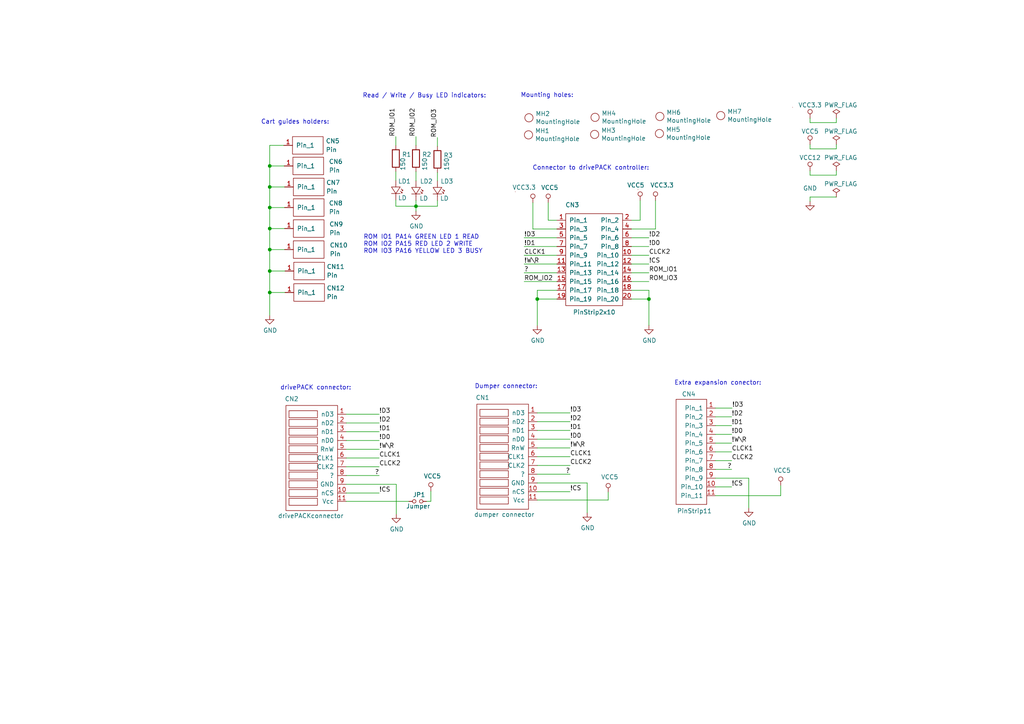
<source format=kicad_sch>
(kicad_sch (version 20211123) (generator eeschema)
  (paper "A4")
  (lib_symbols
    (symbol "Pin_1" (pin_names (offset 1.016))
      (property "Reference" "CN" (at 0 16.51 0))
      (property "Value" "Pin_1" (at 3.81 8.89 0))
      (symbol "Pin_1_0_1"
        (rectangle (start -1.27 15.24) (end 7.62 10.16))
      )
      (symbol "Pin_1_1_1"
        (pin passive line (at -3.81 12.7 0) (length 2.54) (name "Pin_1") (number "1"))
      )
    )
    (symbol "Pin_2" (pin_names (offset 1.016))
      (property "Reference" "CN" (at 0 16.51 0))
      (property "Value" "Pin_2" (at 3.81 8.89 0))
      (symbol "Pin_2_0_1"
        (rectangle (start -1.27 15.24) (end 7.62 10.16))
      )
      (symbol "Pin_2_1_1"
        (pin passive line (at -3.81 12.7 0) (length 2.54) (name "Pin_1") (number "1"))
      )
    )
    (symbol "Pin_3" (pin_names (offset 1.016))
      (property "Reference" "CN" (at 0 16.51 0))
      (property "Value" "Pin_3" (at 3.81 8.89 0))
      (symbol "Pin_3_0_1"
        (rectangle (start -1.27 15.24) (end 7.62 10.16))
      )
      (symbol "Pin_3_1_1"
        (pin passive line (at -3.81 12.7 0) (length 2.54) (name "Pin_1") (number "1"))
      )
    )
    (symbol "Pin_4" (pin_names (offset 1.016))
      (property "Reference" "CN" (at 0 16.51 0))
      (property "Value" "Pin_4" (at 3.81 8.89 0))
      (symbol "Pin_4_0_1"
        (rectangle (start -1.27 15.24) (end 7.62 10.16))
      )
      (symbol "Pin_4_1_1"
        (pin passive line (at -3.81 12.7 0) (length 2.54) (name "Pin_1") (number "1"))
      )
    )
    (symbol "Pin_5" (pin_names (offset 1.016))
      (property "Reference" "CN" (at 0 16.51 0))
      (property "Value" "Pin_5" (at 3.81 8.89 0))
      (symbol "Pin_5_0_1"
        (rectangle (start -1.27 15.24) (end 7.62 10.16))
      )
      (symbol "Pin_5_1_1"
        (pin passive line (at -3.81 12.7 0) (length 2.54) (name "Pin_1") (number "1"))
      )
    )
    (symbol "Pin_6" (pin_names (offset 1.016))
      (property "Reference" "CN" (at 0 16.51 0))
      (property "Value" "Pin_6" (at 3.81 8.89 0))
      (symbol "Pin_6_0_1"
        (rectangle (start -1.27 15.24) (end 7.62 10.16))
      )
      (symbol "Pin_6_1_1"
        (pin passive line (at -3.81 12.7 0) (length 2.54) (name "Pin_1") (number "1"))
      )
    )
    (symbol "Pin_7" (pin_names (offset 1.016))
      (property "Reference" "CN" (at 0 16.51 0))
      (property "Value" "Pin_7" (at 3.81 8.89 0))
      (symbol "Pin_7_0_1"
        (rectangle (start -1.27 15.24) (end 7.62 10.16))
      )
      (symbol "Pin_7_1_1"
        (pin passive line (at -3.81 12.7 0) (length 2.54) (name "Pin_1") (number "1"))
      )
    )
    (symbol "Tolaemon:GND" (power) (pin_names (offset 0))
      (property "Value" "GND" (at 0 -3.81 0))
      (symbol "GND_0_1"
        (polyline (pts (xy 0 0) (xy 0 -1.27) (xy 1.27 -1.27) (xy 0 -2.54) (xy -1.27 -1.27) (xy 0 -1.27)))
      )
      (symbol "GND_1_1"
        (pin power_in line (at 0 0 270) (length 0) hide (name "GND") (number "1"))
      )
    )
    (symbol "Tolaemon:Jumper" (pin_numbers hide) (pin_names (offset 0.762) hide)
      (property "Reference" "JP" (at 0 2.032 0))
      (property "Value" "Jumper" (at 0.254 -1.524 0))
      (symbol "Jumper_0_1"
        (circle (center -1.016 0) (radius 0.508))
        (circle (center 1.016 0) (radius 0.508))
        (pin passive line (at -2.54 0 0) (length 1.016) (name "1") (number "1"))
        (pin passive line (at 2.54 0 180) (length 1.016) (name "2") (number "2"))
      )
    )
    (symbol "Tolaemon:LD" (pin_numbers hide) (pin_names (offset 0))
      (property "Reference" "LD" (at 2.4384 5.0292 90))
      (property "Value" "LD" (at -2.54 1.27 90))
      (symbol "LD_0_1"
        (polyline (pts (xy -1.27 0.635) (xy 1.27 0.635)))
        (polyline (pts (xy 0 0) (xy 0 0.635)))
        (polyline (pts (xy 0 3.175) (xy 0 2.54)))
        (polyline (pts (xy 1.8288 0.8128) (xy 1.8288 1.0668)))
        (polyline (pts (xy 2.032 1.4732) (xy 2.032 1.7272)))
        (polyline (pts (xy 1.3208 1.3208) (xy 1.8288 0.8128) (xy 1.5748 0.8128)))
        (polyline (pts (xy 1.524 1.9812) (xy 2.032 1.4732) (xy 1.778 1.4732)))
        (polyline (pts (xy 1.27 2.54) (xy -1.27 2.54) (xy 0 0.635) (xy 1.27 2.54)))
      )
      (symbol "LD_1_1"
        (pin bidirectional line (at 0 4.445 270) (length 1.27) (name "~") (number "1"))
        (pin bidirectional line (at 0 -1.27 90) (length 1.27) (name "~") (number "2"))
      )
    )
    (symbol "Tolaemon:MountingHole" (pin_names (offset 1.016))
      (property "Reference" "MH" (at 0.0508 -2.286 0))
      (property "Value" "MountingHole" (at 0.762 2.3368 0))
      (symbol "MountingHole_0_1"
        (circle (center 0 0) (radius 1.1938))
      )
    )
    (symbol "Tolaemon:Pin" (pin_names (offset 1.016))
      (property "Reference" "CN" (at 0 16.51 0))
      (property "Value" "Pin" (at 3.81 8.89 0))
      (symbol "Pin_0_1"
        (rectangle (start -1.27 15.24) (end 7.62 10.16))
      )
      (symbol "Pin_1_1"
        (pin passive line (at -3.81 12.7 0) (length 2.54) (name "Pin_1") (number "1"))
      )
    )
    (symbol "Tolaemon:PinStrip11" (pin_names (offset 1.016))
      (property "Reference" "CN" (at 0 16.51 0))
      (property "Value" "PinStrip11" (at 3.81 -16.51 0))
      (symbol "PinStrip11_0_1"
        (rectangle (start -1.27 15.24) (end 7.62 -15.24))
      )
      (symbol "PinStrip11_1_1"
        (pin bidirectional line (at -3.81 12.7 0) (length 2.54) (name "Pin_1") (number "1"))
        (pin bidirectional line (at -3.81 -10.16 0) (length 2.54) (name "Pin_10") (number "10"))
        (pin bidirectional line (at -3.81 -12.7 0) (length 2.54) (name "Pin_11") (number "11"))
        (pin bidirectional line (at -3.81 10.16 0) (length 2.54) (name "Pin_2") (number "2"))
        (pin bidirectional line (at -3.81 7.62 0) (length 2.54) (name "Pin_3") (number "3"))
        (pin bidirectional line (at -3.81 5.08 0) (length 2.54) (name "Pin_4") (number "4"))
        (pin bidirectional line (at -3.81 2.54 0) (length 2.54) (name "Pin_5") (number "5"))
        (pin bidirectional line (at -3.81 0 0) (length 2.54) (name "Pin_6") (number "6"))
        (pin bidirectional line (at -3.81 -2.54 0) (length 2.54) (name "Pin_7") (number "7"))
        (pin bidirectional line (at -3.81 -5.08 0) (length 2.54) (name "Pin_8") (number "8"))
        (pin bidirectional line (at -3.81 -7.62 0) (length 2.54) (name "Pin_9") (number "9"))
      )
    )
    (symbol "Tolaemon:PinStrip2x10" (pin_names (offset 1.016))
      (property "Reference" "CN" (at -6.985 -18.415 0))
      (property "Value" "PinStrip2x10" (at 0 12.065 0))
      (symbol "PinStrip2x10_0_1"
        (rectangle (start -8.255 10.16) (end 8.255 -16.51))
      )
      (symbol "PinStrip2x10_1_1"
        (pin passive line (at -10.795 8.255 0) (length 2.54) (name "Pin_1") (number "1"))
        (pin passive line (at 10.795 -1.905 180) (length 2.54) (name "Pin_10") (number "10"))
        (pin passive line (at -10.795 -4.445 0) (length 2.54) (name "Pin_11") (number "11"))
        (pin passive line (at 10.795 -4.445 180) (length 2.54) (name "Pin_12") (number "12"))
        (pin passive line (at -10.795 -6.985 0) (length 2.54) (name "Pin_13") (number "13"))
        (pin passive line (at 10.795 -6.985 180) (length 2.54) (name "Pin_14") (number "14"))
        (pin passive line (at -10.795 -9.525 0) (length 2.54) (name "Pin_15") (number "15"))
        (pin passive line (at 10.795 -9.525 180) (length 2.54) (name "Pin_16") (number "16"))
        (pin passive line (at -10.795 -12.065 0) (length 2.54) (name "Pin_17") (number "17"))
        (pin passive line (at 10.795 -12.065 180) (length 2.54) (name "Pin_18") (number "18"))
        (pin passive line (at -10.795 -14.605 0) (length 2.54) (name "Pin_19") (number "19"))
        (pin passive line (at 10.795 8.255 180) (length 2.54) (name "Pin_2") (number "2"))
        (pin passive line (at 10.795 -14.605 180) (length 2.54) (name "Pin_20") (number "20"))
        (pin passive line (at -10.795 5.715 0) (length 2.54) (name "Pin_3") (number "3"))
        (pin passive line (at 10.795 5.715 180) (length 2.54) (name "Pin_4") (number "4"))
        (pin passive line (at -10.795 3.175 0) (length 2.54) (name "Pin_5") (number "5"))
        (pin passive line (at 10.795 3.175 180) (length 2.54) (name "Pin_6") (number "6"))
        (pin passive line (at -10.795 0.635 0) (length 2.54) (name "Pin_7") (number "7"))
        (pin passive line (at 10.795 0.635 180) (length 2.54) (name "Pin_8") (number "8"))
        (pin passive line (at -10.795 -1.905 0) (length 2.54) (name "Pin_9") (number "9"))
      )
    )
    (symbol "Tolaemon:R" (pin_numbers hide) (pin_names (offset 0))
      (property "Reference" "R" (at 2.032 0 90))
      (property "Value" "R" (at 0 0 90))
      (symbol "R_0_1"
        (rectangle (start -1.016 -2.54) (end 1.016 2.54) (stroke (width 0.254)))
      )
      (symbol "R_1_1"
        (pin passive line (at 0 3.81 270) (length 1.27) (name "~") (number "1"))
        (pin passive line (at 0 -3.81 90) (length 1.27) (name "~") (number "2"))
      )
    )
    (symbol "Tolaemon:VCC12" (power) (pin_names (offset 0))
      (property "Value" "VCC12" (at 0 3.81 0))
      (symbol "VCC12_0_1"
        (polyline (pts (xy 0 0) (xy 0 1.27)))
        (circle (center 0 1.905) (radius 0.635))
      )
      (symbol "VCC12_1_1"
        (pin power_in line (at 0 0 90) (length 0) hide (name "VCC12") (number "1"))
      )
    )
    (symbol "Tolaemon:VCC3.3" (power) (pin_names (offset 0))
      (property "Value" "VCC3.3" (at 0 3.81 0))
      (symbol "VCC3.3_0_1"
        (rectangle (start -5.08 3.175) (end -5.08 3.175))
        (polyline (pts (xy 0 0) (xy 0 1.27)))
        (circle (center 0 1.905) (radius 0.635))
      )
      (symbol "VCC3.3_1_1"
        (pin power_in line (at 0 0 90) (length 0) hide (name "VCC3.3") (number "1"))
      )
    )
    (symbol "Tolaemon:VCC5" (power) (pin_names (offset 0))
      (property "Value" "VCC5" (at 0 3.81 0))
      (symbol "VCC5_0_1"
        (polyline (pts (xy 0 0) (xy 0 1.27)))
        (circle (center 0 1.905) (radius 0.635))
      )
      (symbol "VCC5_1_1"
        (pin power_in line (at 0 0 90) (length 0) hide (name "VCC5") (number "1"))
      )
    )
    (symbol "Tolaemon:drivePACKconnector" (pin_names (offset 1.016))
      (property "Reference" "CN" (at -6.223 17.78 0))
      (property "Value" "drivePACKconnector" (at -3.048 -15.875 0))
      (symbol "drivePACKconnector_0_1"
        (rectangle (start -8.763 16.51) (end 6.223 -13.97))
        (rectangle (start -2.921 12.446) (end 5.334 10.414))
      )
      (symbol "drivePACKconnector_1_1"
        (rectangle (start -2.921 -10.414) (end 5.334 -12.446))
        (rectangle (start -2.921 -7.874) (end 5.334 -9.906))
        (rectangle (start -2.921 -5.334) (end 5.334 -7.366))
        (rectangle (start -2.921 -2.794) (end 5.334 -4.826))
        (rectangle (start -2.921 -0.254) (end 5.334 -2.286))
        (rectangle (start -2.921 2.286) (end 5.334 0.254))
        (rectangle (start -2.921 4.826) (end 5.334 2.794))
        (rectangle (start -2.921 7.366) (end 5.334 5.334))
        (rectangle (start -2.921 9.906) (end 5.334 7.874))
        (rectangle (start -2.921 14.986) (end 5.334 12.954))
        (pin passive line (at -11.303 13.97 0) (length 2.54) (name "nD3") (number "1"))
        (pin passive line (at -11.303 -8.89 0) (length 2.54) (name "nCS") (number "10"))
        (pin passive line (at -11.303 -11.303 0) (length 2.54) (name "Vcc") (number "11"))
        (pin passive line (at -11.303 11.43 0) (length 2.54) (name "nD2") (number "2"))
        (pin passive line (at -11.303 8.89 0) (length 2.54) (name "nD1") (number "3"))
        (pin passive line (at -11.303 6.35 0) (length 2.54) (name "nD0") (number "4"))
        (pin passive line (at -11.303 3.81 0) (length 2.54) (name "RnW") (number "5"))
        (pin passive line (at -11.303 1.27 0) (length 2.54) (name "CLK1") (number "6"))
        (pin passive line (at -11.303 -1.27 0) (length 2.54) (name "CLK2") (number "7"))
        (pin passive line (at -11.303 -3.81 0) (length 2.54) (name "?") (number "8"))
        (pin passive line (at -11.303 -6.35 0) (length 2.54) (name "GND") (number "9"))
      )
    )
    (symbol "power:GND" (power) (pin_names (offset 0))
      (property "Value" "GND" (at 0 -3.81 0))
      (symbol "GND_0_1"
        (polyline (pts (xy 0 0) (xy 0 -1.27) (xy 1.27 -1.27) (xy 0 -2.54) (xy -1.27 -1.27) (xy 0 -1.27)))
      )
      (symbol "GND_1_1"
        (pin power_in line (at 0 0 270) (length 0) hide (name "GND") (number "1"))
      )
    )
    (symbol "power:PWR_FLAG" (power) (pin_numbers hide) (pin_names (offset 0) hide)
      (property "Value" "PWR_FLAG" (at 0 3.81 0))
      (symbol "PWR_FLAG_0_0"
        (pin power_out line (at 0 0 90) (length 0) (name "pwr") (number "1"))
      )
      (symbol "PWR_FLAG_0_1"
        (polyline (pts (xy 0 0) (xy 0 1.27) (xy -1.016 1.905) (xy 0 2.54) (xy 1.016 1.905) (xy 0 1.27)))
      )
    )
  )
  (junction (at 78.232 84.836))
  (junction (at 155.829 86.741))
  (junction (at 78.232 72.39))
  (junction (at 78.232 54.229))
  (junction (at 78.232 66.294))
  (junction (at 78.232 48.133))
  (junction (at 78.232 78.613))
  (junction (at 188.214 86.741))
  (junction (at 120.65 59.817))
  (junction (at 78.232 60.198))
  (wire (pts (xy 100.457 125.222) (xy 109.982 125.222)))
  (wire (pts (xy 165.354 122.301) (xy 155.829 122.301)))
  (wire (pts (xy 100.457 140.462) (xy 114.935 140.462)))
  (wire (pts (xy 185.674 63.881) (xy 185.674 58.166)))
  (wire (pts (xy 165.354 142.621) (xy 155.829 142.621)))
  (wire (pts (xy 207.518 120.904) (xy 212.217 120.904)))
  (wire (pts (xy 207.518 123.444) (xy 212.217 123.444)))
  (wire (pts (xy 154.559 66.421) (xy 161.544 66.421)))
  (wire (pts (xy 165.354 119.761) (xy 155.829 119.761)))
  (wire (pts (xy 155.829 140.081) (xy 170.307 140.081)))
  (wire (pts (xy 234.95 43.18) (xy 242.57 43.18)))
  (wire (pts (xy 242.57 35.56) (xy 242.57 34.29)))
  (wire (pts (xy 161.544 81.661) (xy 152.019 81.661)))
  (wire (pts (xy 120.65 58.166) (xy 120.65 59.817)))
  (wire (pts (xy 234.95 57.15) (xy 234.95 58.42)))
  (wire (pts (xy 126.873 58.166) (xy 126.873 59.817)))
  (wire (pts (xy 82.296 42.164) (xy 78.232 42.164)))
  (wire (pts (xy 159.004 63.881) (xy 161.544 63.881)))
  (wire (pts (xy 109.982 132.842) (xy 100.457 132.842)))
  (wire (pts (xy 242.57 57.15) (xy 234.95 57.15)))
  (wire (pts (xy 126.873 50.038) (xy 126.873 52.451)))
  (wire (pts (xy 78.232 72.39) (xy 82.55 72.39)))
  (wire (pts (xy 161.544 74.041) (xy 152.019 74.041)))
  (wire (pts (xy 114.808 49.784) (xy 114.808 52.324)))
  (wire (pts (xy 183.134 68.961) (xy 188.214 68.961)))
  (wire (pts (xy 114.808 59.817) (xy 120.65 59.817)))
  (wire (pts (xy 159.004 58.801) (xy 159.004 63.881)))
  (wire (pts (xy 114.935 140.462) (xy 114.935 149.098)))
  (wire (pts (xy 183.134 81.661) (xy 188.214 81.661)))
  (wire (pts (xy 188.214 84.201) (xy 188.214 86.741)))
  (wire (pts (xy 155.829 86.741) (xy 155.829 94.361)))
  (wire (pts (xy 161.544 79.121) (xy 152.019 79.121)))
  (wire (pts (xy 78.232 60.198) (xy 82.55 60.198)))
  (wire (pts (xy 126.873 42.418) (xy 126.873 39.878)))
  (wire (pts (xy 154.559 58.801) (xy 154.559 66.421)))
  (wire (pts (xy 217.17 138.684) (xy 217.17 147.32)))
  (wire (pts (xy 161.544 76.581) (xy 152.019 76.581)))
  (wire (pts (xy 183.134 66.421) (xy 190.119 66.421)))
  (wire (pts (xy 234.95 34.29) (xy 234.95 35.56)))
  (wire (pts (xy 109.982 120.142) (xy 100.457 120.142)))
  (wire (pts (xy 242.57 43.18) (xy 242.57 41.91)))
  (wire (pts (xy 78.232 48.133) (xy 78.232 54.229)))
  (wire (pts (xy 207.518 138.684) (xy 217.17 138.684)))
  (wire (pts (xy 183.134 86.741) (xy 188.214 86.741)))
  (wire (pts (xy 109.982 143.002) (xy 100.457 143.002)))
  (wire (pts (xy 109.982 135.382) (xy 100.457 135.382)))
  (wire (pts (xy 78.232 66.294) (xy 78.232 72.39)))
  (wire (pts (xy 161.544 84.201) (xy 155.829 84.201)))
  (wire (pts (xy 100.457 145.415) (xy 118.618 145.415)))
  (wire (pts (xy 155.829 124.841) (xy 165.354 124.841)))
  (wire (pts (xy 207.518 143.764) (xy 226.441 143.764)))
  (wire (pts (xy 183.134 76.581) (xy 188.214 76.581)))
  (wire (pts (xy 78.232 48.133) (xy 82.423 48.133)))
  (wire (pts (xy 165.354 137.541) (xy 155.829 137.541)))
  (wire (pts (xy 207.518 133.604) (xy 212.217 133.604)))
  (wire (pts (xy 78.232 78.613) (xy 82.677 78.613)))
  (wire (pts (xy 78.232 84.836) (xy 78.232 91.44)))
  (wire (pts (xy 109.982 137.922) (xy 100.457 137.922)))
  (wire (pts (xy 183.134 63.881) (xy 185.674 63.881)))
  (wire (pts (xy 161.544 71.501) (xy 152.019 71.501)))
  (wire (pts (xy 120.65 59.817) (xy 120.65 61.214)))
  (wire (pts (xy 114.808 58.039) (xy 114.808 59.817)))
  (wire (pts (xy 176.403 145.034) (xy 176.403 142.748)))
  (wire (pts (xy 183.134 84.201) (xy 188.214 84.201)))
  (wire (pts (xy 120.65 42.164) (xy 120.65 39.624)))
  (wire (pts (xy 124.968 145.415) (xy 124.968 142.494)))
  (wire (pts (xy 226.441 143.764) (xy 226.441 140.843)))
  (wire (pts (xy 78.232 54.229) (xy 82.55 54.229)))
  (wire (pts (xy 161.544 86.741) (xy 155.829 86.741)))
  (wire (pts (xy 242.57 49.53) (xy 242.57 50.8)))
  (wire (pts (xy 78.232 72.39) (xy 78.232 78.613)))
  (wire (pts (xy 183.134 71.501) (xy 188.214 71.501)))
  (wire (pts (xy 109.982 122.682) (xy 100.457 122.682)))
  (wire (pts (xy 190.119 66.421) (xy 190.119 58.166)))
  (wire (pts (xy 234.95 49.53) (xy 234.95 50.8)))
  (wire (pts (xy 207.518 118.364) (xy 212.344 118.364)))
  (wire (pts (xy 170.307 140.081) (xy 170.307 148.717)))
  (wire (pts (xy 234.95 50.8) (xy 242.57 50.8)))
  (wire (pts (xy 183.134 74.041) (xy 188.214 74.041)))
  (wire (pts (xy 207.518 131.064) (xy 212.217 131.064)))
  (wire (pts (xy 207.518 125.984) (xy 212.217 125.984)))
  (wire (pts (xy 155.829 84.201) (xy 155.829 86.741)))
  (wire (pts (xy 161.544 68.961) (xy 152.019 68.961)))
  (wire (pts (xy 234.95 35.56) (xy 242.57 35.56)))
  (wire (pts (xy 165.354 132.461) (xy 155.829 132.461)))
  (wire (pts (xy 188.214 86.741) (xy 188.214 94.361)))
  (wire (pts (xy 78.232 66.294) (xy 82.55 66.294)))
  (wire (pts (xy 207.518 128.524) (xy 212.217 128.524)))
  (wire (pts (xy 165.354 135.001) (xy 155.829 135.001)))
  (wire (pts (xy 78.232 84.836) (xy 82.677 84.836)))
  (wire (pts (xy 120.65 59.817) (xy 126.873 59.817)))
  (wire (pts (xy 78.232 42.164) (xy 78.232 48.133)))
  (wire (pts (xy 155.829 145.034) (xy 176.403 145.034)))
  (wire (pts (xy 165.354 129.921) (xy 155.829 129.921)))
  (wire (pts (xy 78.232 78.613) (xy 78.232 84.836)))
  (wire (pts (xy 109.982 130.302) (xy 100.457 130.302)))
  (wire (pts (xy 123.698 145.415) (xy 124.968 145.415)))
  (wire (pts (xy 78.232 60.198) (xy 78.232 66.294)))
  (wire (pts (xy 234.95 41.91) (xy 234.95 43.18)))
  (wire (pts (xy 78.232 54.229) (xy 78.232 60.198)))
  (wire (pts (xy 207.518 136.144) (xy 212.217 136.144)))
  (wire (pts (xy 165.354 127.381) (xy 155.829 127.381)))
  (wire (pts (xy 120.65 49.784) (xy 120.65 52.451)))
  (wire (pts (xy 114.808 42.164) (xy 114.808 39.624)))
  (wire (pts (xy 183.134 79.121) (xy 188.214 79.121)))
  (wire (pts (xy 207.518 141.224) (xy 212.217 141.224)))
  (wire (pts (xy 109.982 127.762) (xy 100.457 127.762)))
  (text "Read / Write / Busy LED indicators:" (at 105.156 28.575 0) (effects (font (size 1.27 1.27)) (justify left bottom)))
  (text "ROM IO1 PA14 GREEN LED 1 READ\nROM IO2 PA15 RED LED 2 WRITE\nROM IO3 PA16 YELLOW LED 3 BUSY\n" (at 105.41 73.66 0) (effects (font (size 1.27 1.27)) (justify left bottom)))
  (text "Cart guides holders:" (at 75.692 36.195 0) (effects (font (size 1.27 1.27)) (justify left bottom)))
  (text "drivePACK connector:" (at 81.28 113.284 0) (effects (font (size 1.27 1.27)) (justify left bottom)))
  (text "Extra expansion conector:" (at 195.58 111.887 0) (effects (font (size 1.27 1.27)) (justify left bottom)))
  (text "Dumper connector:" (at 137.668 112.903 0) (effects (font (size 1.27 1.27)) (justify left bottom)))
  (text "Connector to drivePACK controller:" (at 154.432 49.53 0) (effects (font (size 1.27 1.27)) (justify left bottom)))
  (text "Mounting holes:" (at 151.003 28.448 0) (effects (font (size 1.27 1.27)) (justify left bottom)))
  (label "ROM_IO1" (at 188.214 79.121 0))
  (label "CLCK2" (at 109.982 135.382 0))
  (label "ROM_IO2" (at 120.65 39.624 90))
  (label "!W\\R" (at 165.354 129.921 0))
  (label "CLCK1" (at 165.354 132.461 0))
  (label "!D1" (at 212.217 123.444 0))
  (label "CLCK1" (at 152.019 74.041 0))
  (label "!W\\R" (at 109.982 130.302 0))
  (label "CLCK2" (at 188.214 74.041 0))
  (label "CLCK1" (at 109.982 132.842 0))
  (label "!D1" (at 109.982 125.222 0))
  (label "!D2" (at 165.354 122.301 0))
  (label "!CS" (at 212.217 141.224 0))
  (label "!CS" (at 165.354 142.621 0))
  (label "!D2" (at 212.217 120.904 0))
  (label "!D2" (at 188.214 68.961 0))
  (label "ROM_IO3" (at 126.873 39.878 90))
  (label "!D1" (at 165.354 124.841 0))
  (label "!D2" (at 109.982 122.682 0))
  (label "!D0" (at 165.354 127.381 0))
  (label "!D3" (at 109.982 120.142 0))
  (label "!W\\R" (at 152.019 76.581 0))
  (label "!D3" (at 212.344 118.364 0))
  (label "!D0" (at 212.217 125.984 0))
  (label "!W\\R" (at 212.217 128.524 0))
  (label "!D3" (at 165.354 119.761 0))
  (label "ROM_IO2" (at 152.019 81.661 0))
  (label "?" (at 165.354 137.541 180))
  (label "!D0" (at 188.214 71.501 0))
  (label "?" (at 212.217 136.144 180))
  (label "ROM_IO1" (at 114.808 39.624 90))
  (label "!CS" (at 188.214 76.581 0))
  (label "!CS" (at 109.982 143.002 0))
  (label "!D0" (at 109.982 127.762 0))
  (label "CLCK2" (at 212.217 133.604 0))
  (label "CLCK1" (at 212.217 131.064 0))
  (label "!D3" (at 152.019 68.961 0))
  (label "!D1" (at 152.019 71.501 0))
  (label "CLCK2" (at 165.354 135.001 0))
  (label "?" (at 152.019 79.121 0))
  (label "?" (at 109.982 137.922 180))
  (label "ROM_IO3" (at 188.214 81.661 0))
  (symbol (lib_id "Tolaemon:VCC5") (at 176.403 142.748 0) (unit 1)
    (property "Reference" "#PWR03" (effects hide))
    (property "Value" "VCC5" (at 176.8348 138.3538 0))
  )
  (symbol (lib_id "Tolaemon:PinStrip2x10") (at 172.339 72.136 0) (unit 1)
    (property "Reference" "CN3" (at 165.989 59.436 0))
    (property "Value" "PinStrip2x10" (at 172.339 90.551 0))
    (property "Footprint" "Tolaemon:PinHeader_2x10_P2.54mm_Vertical" (effects hide))
  )
  (symbol (lib_id "power:GND") (at 188.214 94.361 0) (unit 1)
    (property "Reference" "#PWR010" (effects hide))
    (property "Value" "GND" (at 188.341 98.7552 0))
  )
  (symbol (lib_id "Tolaemon:VCC5") (at 124.968 142.494 0) (unit 1)
    (property "Reference" "#PWR04" (effects hide))
    (property "Value" "VCC5" (at 125.3998 138.0998 0))
  )
  (symbol (lib_id "power:GND") (at 155.829 94.361 0) (unit 1)
    (property "Reference" "#PWR07" (effects hide))
    (property "Value" "GND" (at 155.956 98.7552 0))
  )
  (symbol (lib_id "Tolaemon:VCC3.3") (at 154.559 58.801 0) (unit 1)
    (property "Reference" "#PWR06" (effects hide))
    (property "Value" "VCC3.3" (at 152.019 54.356 0))
  )
  (symbol (lib_id "Tolaemon:VCC3.3") (at 190.119 58.166 0) (unit 1)
    (property "Reference" "#PWR011" (effects hide))
    (property "Value" "VCC3.3" (at 192.024 53.721 0))
  )
  (symbol (lib_id "Tolaemon:VCC5") (at 159.004 58.801 0) (unit 1)
    (property "Reference" "#PWR08" (effects hide))
    (property "Value" "VCC5" (at 159.4358 54.4068 0))
  )
  (symbol (lib_id "Tolaemon:VCC5") (at 185.674 58.166 0) (unit 1)
    (property "Reference" "#PWR09" (effects hide))
    (property "Value" "VCC5" (at 184.404 53.721 0))
  )
  (symbol (lib_id "Tolaemon:Jumper") (at 121.158 145.415 0) (unit 1)
    (property "Reference" "JP1" (at 121.539 143.51 0))
    (property "Value" "Jumper" (at 121.285 146.812 0))
    (property "Footprint" "Tolaemon:SolderJumper-2_P1.3mm_Open_RoundedPad1.0x1.5mm" (effects hide))
  )
  (symbol (lib_id "Tolaemon:drivePACKconnector") (at 89.154 134.112 0) (mirror y) (unit 1)
    (property "Reference" "CN2" (at 86.614 115.697 0) (effects (justify left)))
    (property "Value" "drivePACKconnector" (at 99.695 149.606 0) (effects (justify left)))
    (property "Footprint" "Tolaemon:DrivePackHeaderMale" (effects hide))
  )
  (symbol (lib_id "power:GND") (at 114.935 149.098 0) (unit 1)
    (property "Reference" "#PWR02" (effects hide))
    (property "Value" "GND" (at 115.062 153.4922 0))
  )
  (symbol (lib_id "power:GND") (at 170.307 148.717 0) (unit 1)
    (property "Reference" "#PWR01" (effects hide))
    (property "Value" "GND" (at 170.434 153.1112 0))
  )
  (symbol (lib_id "Tolaemon:drivePACKconnector") (at 144.526 133.731 0) (mirror y) (unit 1)
    (property "Reference" "CN1" (at 141.986 115.316 0) (effects (justify left)))
    (property "Value" "dumper connector" (at 155.067 149.225 0) (effects (justify left)))
    (property "Footprint" "Tolaemon:DrivePackHeaderFemale" (effects hide))
  )
  (symbol (lib_id "Tolaemon:MountingHole") (at 153.416 34.163 0) (unit 1)
    (property "Reference" "MH2" (at 155.321 32.9946 0) (effects (justify left)))
    (property "Value" "MountingHole" (at 155.321 35.306 0) (effects (justify left)))
    (property "Footprint" "Tolaemon:MHole_2_25" (effects hide))
  )
  (symbol (lib_id "Tolaemon:MountingHole") (at 153.289 39.116 0) (unit 1)
    (property "Reference" "MH1" (at 155.194 37.9476 0) (effects (justify left)))
    (property "Value" "MountingHole" (at 155.194 40.259 0) (effects (justify left)))
    (property "Footprint" "Tolaemon:MHole_2_25" (effects hide))
  )
  (symbol (lib_id "Tolaemon:MountingHole") (at 172.593 34.036 0) (unit 1)
    (property "Reference" "MH4" (at 174.498 32.8676 0) (effects (justify left)))
    (property "Value" "MountingHole" (at 174.498 35.179 0) (effects (justify left)))
    (property "Footprint" "Tolaemon:MHole_2_25" (effects hide))
  )
  (symbol (lib_id "Tolaemon:MountingHole") (at 172.466 38.989 0) (unit 1)
    (property "Reference" "MH3" (at 174.371 37.8206 0) (effects (justify left)))
    (property "Value" "MountingHole" (at 174.371 40.132 0) (effects (justify left)))
    (property "Footprint" "Tolaemon:MHole_2_25" (effects hide))
  )
  (symbol (lib_id "Tolaemon:MountingHole") (at 191.389 33.782 0) (unit 1)
    (property "Reference" "MH6" (at 193.294 32.6136 0) (effects (justify left)))
    (property "Value" "MountingHole" (at 193.294 34.925 0) (effects (justify left)))
    (property "Footprint" "Tolaemon:MHole_2_25" (effects hide))
  )
  (symbol (lib_id "Tolaemon:MountingHole") (at 191.262 38.735 0) (unit 1)
    (property "Reference" "MH5" (at 193.167 37.5666 0) (effects (justify left)))
    (property "Value" "MountingHole" (at 193.167 39.878 0) (effects (justify left)))
    (property "Footprint" "Tolaemon:MHole_2_25" (effects hide))
  )
  (symbol (lib_id "Tolaemon:LD") (at 114.808 56.769 0) (unit 1)
    (property "Reference" "LD1" (at 115.443 52.578 0) (effects (justify left)))
    (property "Value" "LD" (at 115.443 57.404 0) (effects (justify left)))
    (property "Footprint" "Tolaemon:SMD_LD_0805_2012Metric" (effects hide))
  )
  (symbol (lib_id "Tolaemon:MountingHole") (at 209.042 33.528 0) (unit 1)
    (property "Reference" "MH7" (at 210.947 32.3596 0) (effects (justify left)))
    (property "Value" "MountingHole" (at 210.947 34.671 0) (effects (justify left)))
    (property "Footprint" "Tolaemon:MHole_2_25" (effects hide))
  )
  (symbol (lib_id "Tolaemon:LD") (at 120.65 56.896 0) (unit 1)
    (property "Reference" "LD2" (at 121.793 52.578 0) (effects (justify left)))
    (property "Value" "LD" (at 121.666 57.531 0) (effects (justify left)))
    (property "Footprint" "Tolaemon:SMD_LD_0805_2012Metric" (effects hide))
  )
  (symbol (lib_id "Tolaemon:LD") (at 126.873 56.896 0) (unit 1)
    (property "Reference" "LD3" (at 127.762 52.578 0) (effects (justify left)))
    (property "Value" "LD" (at 127.635 57.531 0) (effects (justify left)))
    (property "Footprint" "Tolaemon:SMD_LD_0805_2012Metric" (effects hide))
  )
  (symbol (lib_id "Tolaemon:R") (at 114.808 45.974 0) (unit 1)
    (property "Reference" "R1" (at 116.586 44.8056 0) (effects (justify left)))
    (property "Value" "150" (at 116.84 49.53 90) (effects (justify left)))
    (property "Footprint" "Tolaemon:SMD_R_0805_2012Metric" (effects hide))
  )
  (symbol (lib_id "Tolaemon:R") (at 120.65 45.974 0) (unit 1)
    (property "Reference" "R2" (at 122.428 44.8056 0) (effects (justify left)))
    (property "Value" "150" (at 123.19 49.53 90) (effects (justify left)))
    (property "Footprint" "Tolaemon:SMD_R_0805_2012Metric" (effects hide))
  )
  (symbol (lib_id "Tolaemon:R") (at 126.873 46.228 0) (unit 1)
    (property "Reference" "R3" (at 128.651 45.0596 0) (effects (justify left)))
    (property "Value" "150" (at 129.54 49.53 90) (effects (justify left)))
    (property "Footprint" "Tolaemon:SMD_R_0805_2012Metric" (effects hide))
  )
  (symbol (lib_id "power:GND") (at 120.65 61.214 0) (unit 1)
    (property "Reference" "#PWR05" (effects hide))
    (property "Value" "GND" (at 120.777 65.6082 0))
  )
  (symbol (lib_id "Tolaemon:Pin") (at 86.36 85.09 0) (unit 1)
    (property "Reference" "CN10" (at 95.631 71.1199 0) (effects (justify left)))
    (property "Value" "Pin" (at 95.631 73.6599 0) (effects (justify left)))
    (property "Footprint" "Tolaemon:PinPad_1x01_P2.54mm_Round" (effects hide))
  )
  (symbol (lib_id "power:PWR_FLAG") (at 242.57 49.53 0) (unit 1)
    (property "Reference" "#FLG0104" (effects hide))
    (property "Value" "PWR_FLAG" (at 243.84 45.72 0))
  )
  (symbol (lib_name "Pin_3") (lib_id "Tolaemon:Pin") (at 86.36 66.929 0) (unit 1)
    (property "Reference" "CN7" (at 94.615 52.9589 0) (effects (justify left)))
    (property "Value" "Pin" (at 94.615 55.4989 0) (effects (justify left)))
    (property "Footprint" "Tolaemon:PinPad_1x01_P2.54mm_Round" (effects hide))
  )
  (symbol (lib_name "Pin_2") (lib_id "Tolaemon:Pin") (at 86.106 54.864 0) (unit 1)
    (property "Reference" "CN5" (at 94.488 40.8939 0) (effects (justify left)))
    (property "Value" "Pin" (at 94.488 43.4339 0) (effects (justify left)))
    (property "Footprint" "Tolaemon:PinPad_1x01_P2.54mm_Round" (effects hide))
  )
  (symbol (lib_id "power:PWR_FLAG") (at 242.57 41.91 0) (unit 1)
    (property "Reference" "#FLG0101" (effects hide))
    (property "Value" "PWR_FLAG" (at 243.84 38.1 0))
  )
  (symbol (lib_name "Pin_1") (lib_id "Tolaemon:Pin") (at 86.487 97.536 0) (unit 1)
    (property "Reference" "CN12" (at 94.742 83.5659 0) (effects (justify left)))
    (property "Value" "Pin" (at 94.742 86.1059 0) (effects (justify left)))
    (property "Footprint" "Tolaemon:PinPad_1x01_P2.54mm_Round" (effects hide))
  )
  (symbol (lib_id "Tolaemon:VCC5") (at 234.95 41.91 0) (unit 1)
    (property "Reference" "#PWR0102" (effects hide))
    (property "Value" "VCC5" (at 234.95 38.1 0))
  )
  (symbol (lib_name "Pin_5") (lib_id "Tolaemon:Pin") (at 86.36 78.994 0) (unit 1)
    (property "Reference" "CN9" (at 95.504 65.0239 0) (effects (justify left)))
    (property "Value" "Pin" (at 95.504 67.5639 0) (effects (justify left)))
    (property "Footprint" "Tolaemon:PinPad_1x01_P2.54mm_Round" (effects hide))
  )
  (symbol (lib_id "Tolaemon:VCC5") (at 226.441 140.843 0) (unit 1)
    (property "Reference" "#PWR013" (effects hide))
    (property "Value" "VCC5" (at 226.8728 136.4488 0))
  )
  (symbol (lib_name "Pin_7") (lib_id "Tolaemon:Pin") (at 86.487 91.313 0) (unit 1)
    (property "Reference" "CN11" (at 94.742 77.3429 0) (effects (justify left)))
    (property "Value" "Pin" (at 94.742 79.8829 0) (effects (justify left)))
    (property "Footprint" "Tolaemon:PinPad_1x01_P2.54mm_Round" (effects hide))
  )
  (symbol (lib_id "Tolaemon:VCC12") (at 234.95 49.53 0) (unit 1)
    (property "Reference" "#PWR0104" (effects hide))
    (property "Value" "VCC12" (at 234.95 45.72 0))
  )
  (symbol (lib_id "Tolaemon:VCC3.3") (at 234.95 34.29 0) (unit 1)
    (property "Reference" "#PWR0101" (effects hide))
    (property "Value" "VCC3.3" (at 234.95 30.48 0))
  )
  (symbol (lib_name "Pin_6") (lib_id "Tolaemon:Pin") (at 86.36 72.898 0) (unit 1)
    (property "Reference" "CN8" (at 95.377 58.9279 0) (effects (justify left)))
    (property "Value" "Pin" (at 95.377 61.4679 0) (effects (justify left)))
    (property "Footprint" "Tolaemon:PinPad_1x01_P2.54mm_Round" (effects hide))
  )
  (symbol (lib_id "Tolaemon:PinStrip11") (at 203.708 131.064 0) (mirror y) (unit 1)
    (property "Reference" "CN4" (at 199.771 114.3 0))
    (property "Value" "PinStrip11" (at 201.422 148.209 0))
    (property "Footprint" "Tolaemon:PinHeader_1x11_P2.54mm_Vertical" (effects hide))
  )
  (symbol (lib_id "power:PWR_FLAG") (at 242.57 57.15 0) (unit 1)
    (property "Reference" "#FLG0103" (effects hide))
    (property "Value" "PWR_FLAG" (at 243.84 53.34 0))
  )
  (symbol (lib_id "power:GND") (at 217.17 147.32 0) (unit 1)
    (property "Reference" "#PWR012" (effects hide))
    (property "Value" "GND" (at 217.297 151.7142 0))
  )
  (symbol (lib_id "power:GND") (at 78.232 91.44 0) (unit 1)
    (property "Reference" "#PWR014" (effects hide))
    (property "Value" "GND" (at 78.359 95.8342 0))
  )
  (symbol (lib_id "Tolaemon:GND") (at 234.95 58.42 0) (unit 1)
    (property "Reference" "#PWR0103" (effects hide))
    (property "Value" "GND" (at 234.95 54.61 0))
  )
  (symbol (lib_id "power:PWR_FLAG") (at 242.57 34.29 0) (unit 1)
    (property "Reference" "#FLG0102" (effects hide))
    (property "Value" "PWR_FLAG" (at 243.84 30.48 0))
  )
  (symbol (lib_name "Pin_4") (lib_id "Tolaemon:Pin") (at 86.233 60.833 0) (unit 1)
    (property "Reference" "CN6" (at 95.377 46.8629 0) (effects (justify left)))
    (property "Value" "Pin" (at 95.377 49.4029 0) (effects (justify left)))
    (property "Footprint" "Tolaemon:PinPad_1x01_P2.54mm_Round" (effects hide))
  )
)
</source>
